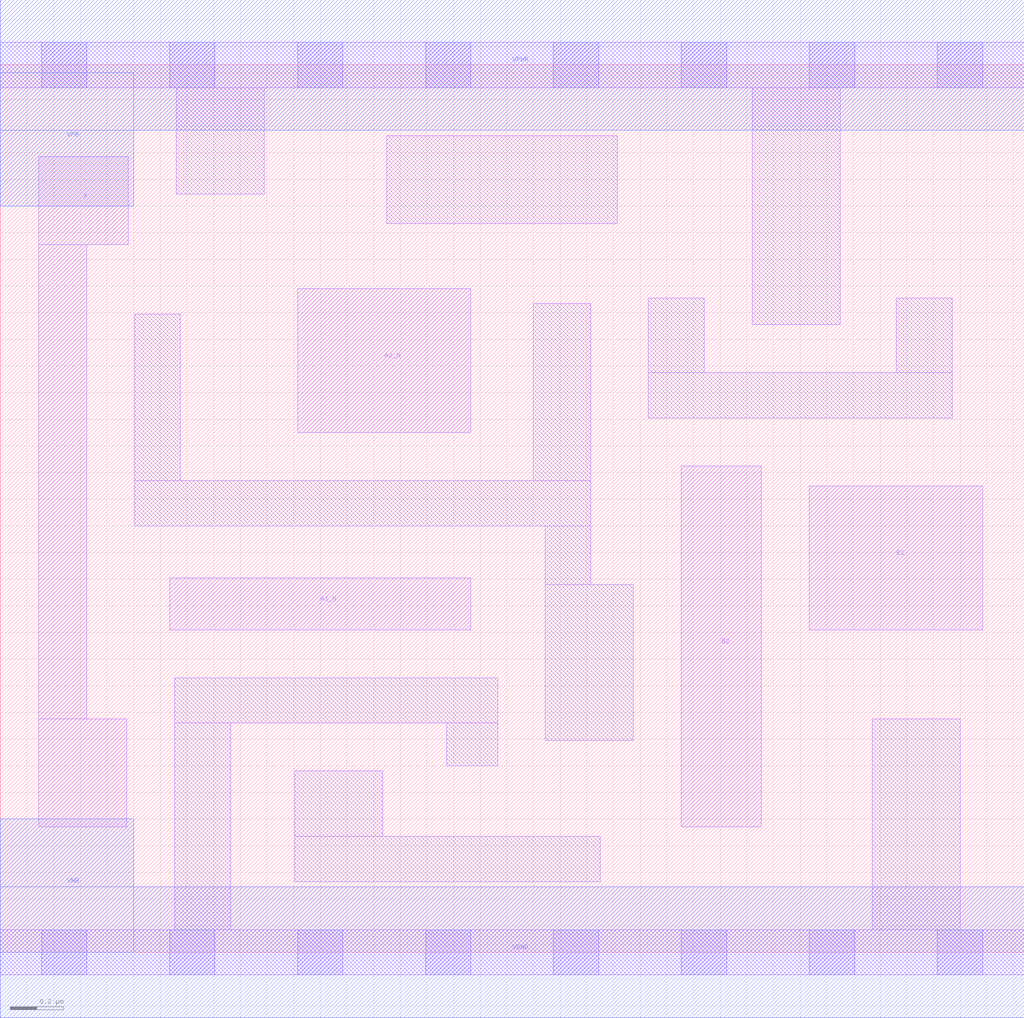
<source format=lef>
# Copyright 2020 The SkyWater PDK Authors
#
# Licensed under the Apache License, Version 2.0 (the "License");
# you may not use this file except in compliance with the License.
# You may obtain a copy of the License at
#
#     https://www.apache.org/licenses/LICENSE-2.0
#
# Unless required by applicable law or agreed to in writing, software
# distributed under the License is distributed on an "AS IS" BASIS,
# WITHOUT WARRANTIES OR CONDITIONS OF ANY KIND, either express or implied.
# See the License for the specific language governing permissions and
# limitations under the License.
#
# SPDX-License-Identifier: Apache-2.0

VERSION 5.5 ;
NAMESCASESENSITIVE ON ;
BUSBITCHARS "[]" ;
DIVIDERCHAR "/" ;
MACRO sky130_fd_sc_lp__a2bb2o_m
  CLASS CORE ;
  SOURCE USER ;
  ORIGIN  0.000000  0.000000 ;
  SIZE  3.840000 BY  3.330000 ;
  SYMMETRY X Y R90 ;
  SITE unit ;
  PIN A1_N
    ANTENNAGATEAREA  0.126000 ;
    DIRECTION INPUT ;
    USE SIGNAL ;
    PORT
      LAYER li1 ;
        RECT 0.635000 1.210000 1.765000 1.405000 ;
    END
  END A1_N
  PIN A2_N
    ANTENNAGATEAREA  0.126000 ;
    DIRECTION INPUT ;
    USE SIGNAL ;
    PORT
      LAYER li1 ;
        RECT 1.115000 1.950000 1.765000 2.490000 ;
    END
  END A2_N
  PIN B1
    ANTENNAGATEAREA  0.126000 ;
    DIRECTION INPUT ;
    USE SIGNAL ;
    PORT
      LAYER li1 ;
        RECT 3.035000 1.210000 3.685000 1.750000 ;
    END
  END B1
  PIN B2
    ANTENNAGATEAREA  0.126000 ;
    DIRECTION INPUT ;
    USE SIGNAL ;
    PORT
      LAYER li1 ;
        RECT 2.555000 0.470000 2.855000 1.825000 ;
    END
  END B2
  PIN X
    ANTENNADIFFAREA  0.239400 ;
    DIRECTION OUTPUT ;
    USE SIGNAL ;
    PORT
      LAYER li1 ;
        RECT 0.145000 0.470000 0.475000 0.875000 ;
        RECT 0.145000 0.875000 0.325000 2.655000 ;
        RECT 0.145000 2.655000 0.480000 2.985000 ;
    END
  END X
  PIN VGND
    DIRECTION INOUT ;
    USE GROUND ;
    PORT
      LAYER met1 ;
        RECT 0.000000 -0.245000 3.840000 0.245000 ;
    END
  END VGND
  PIN VNB
    DIRECTION INOUT ;
    USE GROUND ;
    PORT
      LAYER met1 ;
        RECT 0.000000 0.000000 0.500000 0.500000 ;
    END
  END VNB
  PIN VPB
    DIRECTION INOUT ;
    USE POWER ;
    PORT
      LAYER met1 ;
        RECT 0.000000 2.800000 0.500000 3.300000 ;
    END
  END VPB
  PIN VPWR
    DIRECTION INOUT ;
    USE POWER ;
    PORT
      LAYER met1 ;
        RECT 0.000000 3.085000 3.840000 3.575000 ;
    END
  END VPWR
  OBS
    LAYER li1 ;
      RECT 0.000000 -0.085000 3.840000 0.085000 ;
      RECT 0.000000  3.245000 3.840000 3.415000 ;
      RECT 0.505000  1.600000 2.215000 1.770000 ;
      RECT 0.505000  1.770000 0.675000 2.395000 ;
      RECT 0.655000  0.085000 0.865000 0.860000 ;
      RECT 0.655000  0.860000 1.865000 1.030000 ;
      RECT 0.660000  2.845000 0.990000 3.245000 ;
      RECT 1.105000  0.265000 2.250000 0.435000 ;
      RECT 1.105000  0.435000 1.435000 0.680000 ;
      RECT 1.450000  2.735000 2.315000 3.065000 ;
      RECT 1.675000  0.700000 1.865000 0.860000 ;
      RECT 2.000000  1.770000 2.215000 2.435000 ;
      RECT 2.045000  0.795000 2.375000 1.380000 ;
      RECT 2.045000  1.380000 2.215000 1.600000 ;
      RECT 2.430000  2.005000 3.570000 2.175000 ;
      RECT 2.430000  2.175000 2.640000 2.455000 ;
      RECT 2.820000  2.355000 3.150000 3.245000 ;
      RECT 3.270000  0.085000 3.600000 0.875000 ;
      RECT 3.360000  2.175000 3.570000 2.455000 ;
    LAYER mcon ;
      RECT 0.155000 -0.085000 0.325000 0.085000 ;
      RECT 0.155000  3.245000 0.325000 3.415000 ;
      RECT 0.635000 -0.085000 0.805000 0.085000 ;
      RECT 0.635000  3.245000 0.805000 3.415000 ;
      RECT 1.115000 -0.085000 1.285000 0.085000 ;
      RECT 1.115000  3.245000 1.285000 3.415000 ;
      RECT 1.595000 -0.085000 1.765000 0.085000 ;
      RECT 1.595000  3.245000 1.765000 3.415000 ;
      RECT 2.075000 -0.085000 2.245000 0.085000 ;
      RECT 2.075000  3.245000 2.245000 3.415000 ;
      RECT 2.555000 -0.085000 2.725000 0.085000 ;
      RECT 2.555000  3.245000 2.725000 3.415000 ;
      RECT 3.035000 -0.085000 3.205000 0.085000 ;
      RECT 3.035000  3.245000 3.205000 3.415000 ;
      RECT 3.515000 -0.085000 3.685000 0.085000 ;
      RECT 3.515000  3.245000 3.685000 3.415000 ;
  END
END sky130_fd_sc_lp__a2bb2o_m
END LIBRARY

</source>
